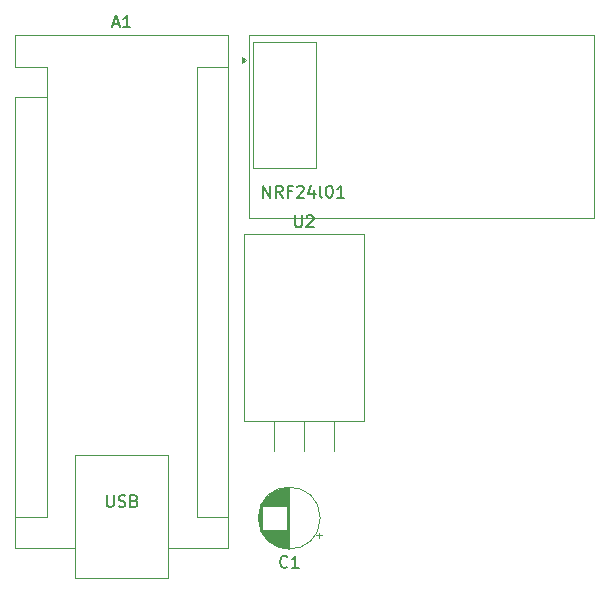
<source format=gbr>
%TF.GenerationSoftware,KiCad,Pcbnew,8.0.2*%
%TF.CreationDate,2024-05-05T23:20:41+02:00*%
%TF.ProjectId,arduino_nrf24_oled,61726475-696e-46f5-9f6e-726632345f6f,rev?*%
%TF.SameCoordinates,Original*%
%TF.FileFunction,Legend,Top*%
%TF.FilePolarity,Positive*%
%FSLAX46Y46*%
G04 Gerber Fmt 4.6, Leading zero omitted, Abs format (unit mm)*
G04 Created by KiCad (PCBNEW 8.0.2) date 2024-05-05 23:20:41*
%MOMM*%
%LPD*%
G01*
G04 APERTURE LIST*
%ADD10C,0.150000*%
%ADD11C,0.120000*%
G04 APERTURE END LIST*
D10*
X119817533Y-83615780D02*
X119769914Y-83663400D01*
X119769914Y-83663400D02*
X119627057Y-83711019D01*
X119627057Y-83711019D02*
X119531819Y-83711019D01*
X119531819Y-83711019D02*
X119388962Y-83663400D01*
X119388962Y-83663400D02*
X119293724Y-83568161D01*
X119293724Y-83568161D02*
X119246105Y-83472923D01*
X119246105Y-83472923D02*
X119198486Y-83282447D01*
X119198486Y-83282447D02*
X119198486Y-83139590D01*
X119198486Y-83139590D02*
X119246105Y-82949114D01*
X119246105Y-82949114D02*
X119293724Y-82853876D01*
X119293724Y-82853876D02*
X119388962Y-82758638D01*
X119388962Y-82758638D02*
X119531819Y-82711019D01*
X119531819Y-82711019D02*
X119627057Y-82711019D01*
X119627057Y-82711019D02*
X119769914Y-82758638D01*
X119769914Y-82758638D02*
X119817533Y-82806257D01*
X120769914Y-83711019D02*
X120198486Y-83711019D01*
X120484200Y-83711019D02*
X120484200Y-82711019D01*
X120484200Y-82711019D02*
X120388962Y-82853876D01*
X120388962Y-82853876D02*
X120293724Y-82949114D01*
X120293724Y-82949114D02*
X120198486Y-82996733D01*
X105089914Y-37645304D02*
X105566104Y-37645304D01*
X104994676Y-37931019D02*
X105328009Y-36931019D01*
X105328009Y-36931019D02*
X105661342Y-37931019D01*
X106518485Y-37931019D02*
X105947057Y-37931019D01*
X106232771Y-37931019D02*
X106232771Y-36931019D01*
X106232771Y-36931019D02*
X106137533Y-37073876D01*
X106137533Y-37073876D02*
X106042295Y-37169114D01*
X106042295Y-37169114D02*
X105947057Y-37216733D01*
X104542295Y-77571019D02*
X104542295Y-78380542D01*
X104542295Y-78380542D02*
X104589914Y-78475780D01*
X104589914Y-78475780D02*
X104637533Y-78523400D01*
X104637533Y-78523400D02*
X104732771Y-78571019D01*
X104732771Y-78571019D02*
X104923247Y-78571019D01*
X104923247Y-78571019D02*
X105018485Y-78523400D01*
X105018485Y-78523400D02*
X105066104Y-78475780D01*
X105066104Y-78475780D02*
X105113723Y-78380542D01*
X105113723Y-78380542D02*
X105113723Y-77571019D01*
X105542295Y-78523400D02*
X105685152Y-78571019D01*
X105685152Y-78571019D02*
X105923247Y-78571019D01*
X105923247Y-78571019D02*
X106018485Y-78523400D01*
X106018485Y-78523400D02*
X106066104Y-78475780D01*
X106066104Y-78475780D02*
X106113723Y-78380542D01*
X106113723Y-78380542D02*
X106113723Y-78285304D01*
X106113723Y-78285304D02*
X106066104Y-78190066D01*
X106066104Y-78190066D02*
X106018485Y-78142447D01*
X106018485Y-78142447D02*
X105923247Y-78094828D01*
X105923247Y-78094828D02*
X105732771Y-78047209D01*
X105732771Y-78047209D02*
X105637533Y-77999590D01*
X105637533Y-77999590D02*
X105589914Y-77951971D01*
X105589914Y-77951971D02*
X105542295Y-77856733D01*
X105542295Y-77856733D02*
X105542295Y-77761495D01*
X105542295Y-77761495D02*
X105589914Y-77666257D01*
X105589914Y-77666257D02*
X105637533Y-77618638D01*
X105637533Y-77618638D02*
X105732771Y-77571019D01*
X105732771Y-77571019D02*
X105970866Y-77571019D01*
X105970866Y-77571019D02*
X106113723Y-77618638D01*
X106875628Y-78047209D02*
X107018485Y-78094828D01*
X107018485Y-78094828D02*
X107066104Y-78142447D01*
X107066104Y-78142447D02*
X107113723Y-78237685D01*
X107113723Y-78237685D02*
X107113723Y-78380542D01*
X107113723Y-78380542D02*
X107066104Y-78475780D01*
X107066104Y-78475780D02*
X107018485Y-78523400D01*
X107018485Y-78523400D02*
X106923247Y-78571019D01*
X106923247Y-78571019D02*
X106542295Y-78571019D01*
X106542295Y-78571019D02*
X106542295Y-77571019D01*
X106542295Y-77571019D02*
X106875628Y-77571019D01*
X106875628Y-77571019D02*
X106970866Y-77618638D01*
X106970866Y-77618638D02*
X107018485Y-77666257D01*
X107018485Y-77666257D02*
X107066104Y-77761495D01*
X107066104Y-77761495D02*
X107066104Y-77856733D01*
X107066104Y-77856733D02*
X107018485Y-77951971D01*
X107018485Y-77951971D02*
X106970866Y-77999590D01*
X106970866Y-77999590D02*
X106875628Y-78047209D01*
X106875628Y-78047209D02*
X106542295Y-78047209D01*
X120472295Y-53881019D02*
X120472295Y-54690542D01*
X120472295Y-54690542D02*
X120519914Y-54785780D01*
X120519914Y-54785780D02*
X120567533Y-54833400D01*
X120567533Y-54833400D02*
X120662771Y-54881019D01*
X120662771Y-54881019D02*
X120853247Y-54881019D01*
X120853247Y-54881019D02*
X120948485Y-54833400D01*
X120948485Y-54833400D02*
X120996104Y-54785780D01*
X120996104Y-54785780D02*
X121043723Y-54690542D01*
X121043723Y-54690542D02*
X121043723Y-53881019D01*
X121472295Y-53976257D02*
X121519914Y-53928638D01*
X121519914Y-53928638D02*
X121615152Y-53881019D01*
X121615152Y-53881019D02*
X121853247Y-53881019D01*
X121853247Y-53881019D02*
X121948485Y-53928638D01*
X121948485Y-53928638D02*
X121996104Y-53976257D01*
X121996104Y-53976257D02*
X122043723Y-54071495D01*
X122043723Y-54071495D02*
X122043723Y-54166733D01*
X122043723Y-54166733D02*
X121996104Y-54309590D01*
X121996104Y-54309590D02*
X121424676Y-54881019D01*
X121424676Y-54881019D02*
X122043723Y-54881019D01*
X117802447Y-52372419D02*
X117802447Y-51372419D01*
X117802447Y-51372419D02*
X118373875Y-52372419D01*
X118373875Y-52372419D02*
X118373875Y-51372419D01*
X119421494Y-52372419D02*
X119088161Y-51896228D01*
X118850066Y-52372419D02*
X118850066Y-51372419D01*
X118850066Y-51372419D02*
X119231018Y-51372419D01*
X119231018Y-51372419D02*
X119326256Y-51420038D01*
X119326256Y-51420038D02*
X119373875Y-51467657D01*
X119373875Y-51467657D02*
X119421494Y-51562895D01*
X119421494Y-51562895D02*
X119421494Y-51705752D01*
X119421494Y-51705752D02*
X119373875Y-51800990D01*
X119373875Y-51800990D02*
X119326256Y-51848609D01*
X119326256Y-51848609D02*
X119231018Y-51896228D01*
X119231018Y-51896228D02*
X118850066Y-51896228D01*
X120183399Y-51848609D02*
X119850066Y-51848609D01*
X119850066Y-52372419D02*
X119850066Y-51372419D01*
X119850066Y-51372419D02*
X120326256Y-51372419D01*
X120659590Y-51467657D02*
X120707209Y-51420038D01*
X120707209Y-51420038D02*
X120802447Y-51372419D01*
X120802447Y-51372419D02*
X121040542Y-51372419D01*
X121040542Y-51372419D02*
X121135780Y-51420038D01*
X121135780Y-51420038D02*
X121183399Y-51467657D01*
X121183399Y-51467657D02*
X121231018Y-51562895D01*
X121231018Y-51562895D02*
X121231018Y-51658133D01*
X121231018Y-51658133D02*
X121183399Y-51800990D01*
X121183399Y-51800990D02*
X120611971Y-52372419D01*
X120611971Y-52372419D02*
X121231018Y-52372419D01*
X122088161Y-51705752D02*
X122088161Y-52372419D01*
X121850066Y-51324800D02*
X121611971Y-52039085D01*
X121611971Y-52039085D02*
X122231018Y-52039085D01*
X122754828Y-52372419D02*
X122659590Y-52324800D01*
X122659590Y-52324800D02*
X122611971Y-52229561D01*
X122611971Y-52229561D02*
X122611971Y-51372419D01*
X123326257Y-51372419D02*
X123421495Y-51372419D01*
X123421495Y-51372419D02*
X123516733Y-51420038D01*
X123516733Y-51420038D02*
X123564352Y-51467657D01*
X123564352Y-51467657D02*
X123611971Y-51562895D01*
X123611971Y-51562895D02*
X123659590Y-51753371D01*
X123659590Y-51753371D02*
X123659590Y-51991466D01*
X123659590Y-51991466D02*
X123611971Y-52181942D01*
X123611971Y-52181942D02*
X123564352Y-52277180D01*
X123564352Y-52277180D02*
X123516733Y-52324800D01*
X123516733Y-52324800D02*
X123421495Y-52372419D01*
X123421495Y-52372419D02*
X123326257Y-52372419D01*
X123326257Y-52372419D02*
X123231019Y-52324800D01*
X123231019Y-52324800D02*
X123183400Y-52277180D01*
X123183400Y-52277180D02*
X123135781Y-52181942D01*
X123135781Y-52181942D02*
X123088162Y-51991466D01*
X123088162Y-51991466D02*
X123088162Y-51753371D01*
X123088162Y-51753371D02*
X123135781Y-51562895D01*
X123135781Y-51562895D02*
X123183400Y-51467657D01*
X123183400Y-51467657D02*
X123231019Y-51420038D01*
X123231019Y-51420038D02*
X123326257Y-51372419D01*
X124611971Y-52372419D02*
X124040543Y-52372419D01*
X124326257Y-52372419D02*
X124326257Y-51372419D01*
X124326257Y-51372419D02*
X124231019Y-51515276D01*
X124231019Y-51515276D02*
X124135781Y-51610514D01*
X124135781Y-51610514D02*
X124040543Y-51658133D01*
D11*
%TO.C,C1*%
X122788975Y-80981200D02*
X122288975Y-80981200D01*
X122538975Y-81231200D02*
X122538975Y-80731200D01*
X119984200Y-82086200D02*
X119984200Y-76926200D01*
X119944200Y-82086200D02*
X119944200Y-76926200D01*
X119904200Y-82085200D02*
X119904200Y-76927200D01*
X119864200Y-82084200D02*
X119864200Y-76928200D01*
X119824200Y-82082200D02*
X119824200Y-76930200D01*
X119784200Y-82079200D02*
X119784200Y-76933200D01*
X119744200Y-82075200D02*
X119744200Y-80546200D01*
X119744200Y-78466200D02*
X119744200Y-76937200D01*
X119704200Y-82071200D02*
X119704200Y-80546200D01*
X119704200Y-78466200D02*
X119704200Y-76941200D01*
X119664200Y-82067200D02*
X119664200Y-80546200D01*
X119664200Y-78466200D02*
X119664200Y-76945200D01*
X119624200Y-82062200D02*
X119624200Y-80546200D01*
X119624200Y-78466200D02*
X119624200Y-76950200D01*
X119584200Y-82056200D02*
X119584200Y-80546200D01*
X119584200Y-78466200D02*
X119584200Y-76956200D01*
X119544200Y-82049200D02*
X119544200Y-80546200D01*
X119544200Y-78466200D02*
X119544200Y-76963200D01*
X119504200Y-82042200D02*
X119504200Y-80546200D01*
X119504200Y-78466200D02*
X119504200Y-76970200D01*
X119464200Y-82034200D02*
X119464200Y-80546200D01*
X119464200Y-78466200D02*
X119464200Y-76978200D01*
X119424200Y-82026200D02*
X119424200Y-80546200D01*
X119424200Y-78466200D02*
X119424200Y-76986200D01*
X119384200Y-82017200D02*
X119384200Y-80546200D01*
X119384200Y-78466200D02*
X119384200Y-76995200D01*
X119344200Y-82007200D02*
X119344200Y-80546200D01*
X119344200Y-78466200D02*
X119344200Y-77005200D01*
X119304200Y-81997200D02*
X119304200Y-80546200D01*
X119304200Y-78466200D02*
X119304200Y-77015200D01*
X119263200Y-81986200D02*
X119263200Y-80546200D01*
X119263200Y-78466200D02*
X119263200Y-77026200D01*
X119223200Y-81974200D02*
X119223200Y-80546200D01*
X119223200Y-78466200D02*
X119223200Y-77038200D01*
X119183200Y-81961200D02*
X119183200Y-80546200D01*
X119183200Y-78466200D02*
X119183200Y-77051200D01*
X119143200Y-81948200D02*
X119143200Y-80546200D01*
X119143200Y-78466200D02*
X119143200Y-77064200D01*
X119103200Y-81934200D02*
X119103200Y-80546200D01*
X119103200Y-78466200D02*
X119103200Y-77078200D01*
X119063200Y-81920200D02*
X119063200Y-80546200D01*
X119063200Y-78466200D02*
X119063200Y-77092200D01*
X119023200Y-81904200D02*
X119023200Y-80546200D01*
X119023200Y-78466200D02*
X119023200Y-77108200D01*
X118983200Y-81888200D02*
X118983200Y-80546200D01*
X118983200Y-78466200D02*
X118983200Y-77124200D01*
X118943200Y-81871200D02*
X118943200Y-80546200D01*
X118943200Y-78466200D02*
X118943200Y-77141200D01*
X118903200Y-81854200D02*
X118903200Y-80546200D01*
X118903200Y-78466200D02*
X118903200Y-77158200D01*
X118863200Y-81835200D02*
X118863200Y-80546200D01*
X118863200Y-78466200D02*
X118863200Y-77177200D01*
X118823200Y-81816200D02*
X118823200Y-80546200D01*
X118823200Y-78466200D02*
X118823200Y-77196200D01*
X118783200Y-81796200D02*
X118783200Y-80546200D01*
X118783200Y-78466200D02*
X118783200Y-77216200D01*
X118743200Y-81774200D02*
X118743200Y-80546200D01*
X118743200Y-78466200D02*
X118743200Y-77238200D01*
X118703200Y-81753200D02*
X118703200Y-80546200D01*
X118703200Y-78466200D02*
X118703200Y-77259200D01*
X118663200Y-81730200D02*
X118663200Y-80546200D01*
X118663200Y-78466200D02*
X118663200Y-77282200D01*
X118623200Y-81706200D02*
X118623200Y-80546200D01*
X118623200Y-78466200D02*
X118623200Y-77306200D01*
X118583200Y-81681200D02*
X118583200Y-80546200D01*
X118583200Y-78466200D02*
X118583200Y-77331200D01*
X118543200Y-81655200D02*
X118543200Y-80546200D01*
X118543200Y-78466200D02*
X118543200Y-77357200D01*
X118503200Y-81628200D02*
X118503200Y-80546200D01*
X118503200Y-78466200D02*
X118503200Y-77384200D01*
X118463200Y-81601200D02*
X118463200Y-80546200D01*
X118463200Y-78466200D02*
X118463200Y-77411200D01*
X118423200Y-81571200D02*
X118423200Y-80546200D01*
X118423200Y-78466200D02*
X118423200Y-77441200D01*
X118383200Y-81541200D02*
X118383200Y-80546200D01*
X118383200Y-78466200D02*
X118383200Y-77471200D01*
X118343200Y-81510200D02*
X118343200Y-80546200D01*
X118343200Y-78466200D02*
X118343200Y-77502200D01*
X118303200Y-81477200D02*
X118303200Y-80546200D01*
X118303200Y-78466200D02*
X118303200Y-77535200D01*
X118263200Y-81443200D02*
X118263200Y-80546200D01*
X118263200Y-78466200D02*
X118263200Y-77569200D01*
X118223200Y-81407200D02*
X118223200Y-80546200D01*
X118223200Y-78466200D02*
X118223200Y-77605200D01*
X118183200Y-81370200D02*
X118183200Y-80546200D01*
X118183200Y-78466200D02*
X118183200Y-77642200D01*
X118143200Y-81332200D02*
X118143200Y-80546200D01*
X118143200Y-78466200D02*
X118143200Y-77680200D01*
X118103200Y-81291200D02*
X118103200Y-80546200D01*
X118103200Y-78466200D02*
X118103200Y-77721200D01*
X118063200Y-81249200D02*
X118063200Y-80546200D01*
X118063200Y-78466200D02*
X118063200Y-77763200D01*
X118023200Y-81205200D02*
X118023200Y-80546200D01*
X118023200Y-78466200D02*
X118023200Y-77807200D01*
X117983200Y-81159200D02*
X117983200Y-80546200D01*
X117983200Y-78466200D02*
X117983200Y-77853200D01*
X117943200Y-81111200D02*
X117943200Y-80546200D01*
X117943200Y-78466200D02*
X117943200Y-77901200D01*
X117903200Y-81060200D02*
X117903200Y-80546200D01*
X117903200Y-78466200D02*
X117903200Y-77952200D01*
X117863200Y-81006200D02*
X117863200Y-80546200D01*
X117863200Y-78466200D02*
X117863200Y-78006200D01*
X117823200Y-80949200D02*
X117823200Y-80546200D01*
X117823200Y-78466200D02*
X117823200Y-78063200D01*
X117783200Y-80889200D02*
X117783200Y-80546200D01*
X117783200Y-78466200D02*
X117783200Y-78123200D01*
X117743200Y-80825200D02*
X117743200Y-80546200D01*
X117743200Y-78466200D02*
X117743200Y-78187200D01*
X117703200Y-80757200D02*
X117703200Y-80546200D01*
X117703200Y-78466200D02*
X117703200Y-78255200D01*
X117663200Y-80684200D02*
X117663200Y-78328200D01*
X117623200Y-80604200D02*
X117623200Y-78408200D01*
X117583200Y-80517200D02*
X117583200Y-78495200D01*
X117543200Y-80421200D02*
X117543200Y-78591200D01*
X117503200Y-80311200D02*
X117503200Y-78701200D01*
X117463200Y-80183200D02*
X117463200Y-78829200D01*
X117423200Y-80024200D02*
X117423200Y-78988200D01*
X117383200Y-79790200D02*
X117383200Y-79222200D01*
X122604200Y-79506200D02*
G75*
G02*
X117364200Y-79506200I-2620000J0D01*
G01*
X117364200Y-79506200D02*
G75*
G02*
X122604200Y-79506200I2620000J0D01*
G01*
%TO.C,A1*%
X96784200Y-38616200D02*
X96784200Y-41286200D01*
X96784200Y-43826200D02*
X96784200Y-82056200D01*
X96784200Y-82056200D02*
X101864200Y-82056200D01*
X99454200Y-41286200D02*
X96784200Y-41286200D01*
X99454200Y-43826200D02*
X96784200Y-43826200D01*
X99454200Y-43826200D02*
X99454200Y-41286200D01*
X99454200Y-43826200D02*
X99454200Y-79386200D01*
X99454200Y-79386200D02*
X96784200Y-79386200D01*
X101864200Y-74176200D02*
X109744200Y-74176200D01*
X101864200Y-84596200D02*
X101864200Y-74176200D01*
X109744200Y-74176200D02*
X109744200Y-84596200D01*
X109744200Y-84596200D02*
X101864200Y-84596200D01*
X112154200Y-41286200D02*
X112154200Y-79386200D01*
X112154200Y-41286200D02*
X114824200Y-41286200D01*
X112154200Y-79386200D02*
X114824200Y-79386200D01*
X114824200Y-38616200D02*
X96784200Y-38616200D01*
X114824200Y-82056200D02*
X109744200Y-82056200D01*
X114824200Y-82056200D02*
X114824200Y-38616200D01*
%TO.C,U2*%
X116114200Y-55426200D02*
X116114200Y-71316200D01*
X116114200Y-55426200D02*
X126354200Y-55426200D01*
X116114200Y-71316200D02*
X126354200Y-71316200D01*
X118694200Y-71316200D02*
X118694200Y-73856200D01*
X121234200Y-71316200D02*
X121234200Y-73856200D01*
X123774200Y-71316200D02*
X123774200Y-73856200D01*
X126354200Y-55426200D02*
X126354200Y-71316200D01*
%TO.C,NRF24l01*%
X116555200Y-38646200D02*
X116555200Y-38646200D01*
X116555200Y-38646200D02*
X145755200Y-38646200D01*
X116555200Y-54096200D02*
X116555200Y-38646200D01*
X116885200Y-39222200D02*
X116885200Y-39222200D01*
X116885200Y-39222200D02*
X122219200Y-39222200D01*
X116885200Y-49890200D02*
X116885200Y-39222200D01*
X116885200Y-49890200D02*
X116885200Y-49890200D01*
X122219200Y-39222200D02*
X122219200Y-49890200D01*
X122219200Y-49890200D02*
X116885200Y-49890200D01*
X145755200Y-38646200D02*
X145755200Y-54096200D01*
X145755200Y-54096200D02*
X116555200Y-54096200D01*
X116355200Y-40746200D02*
X116019200Y-40986200D01*
X116019200Y-40506200D01*
X116355200Y-40746200D01*
G36*
X116355200Y-40746200D02*
G01*
X116019200Y-40986200D01*
X116019200Y-40506200D01*
X116355200Y-40746200D01*
G37*
%TD*%
M02*

</source>
